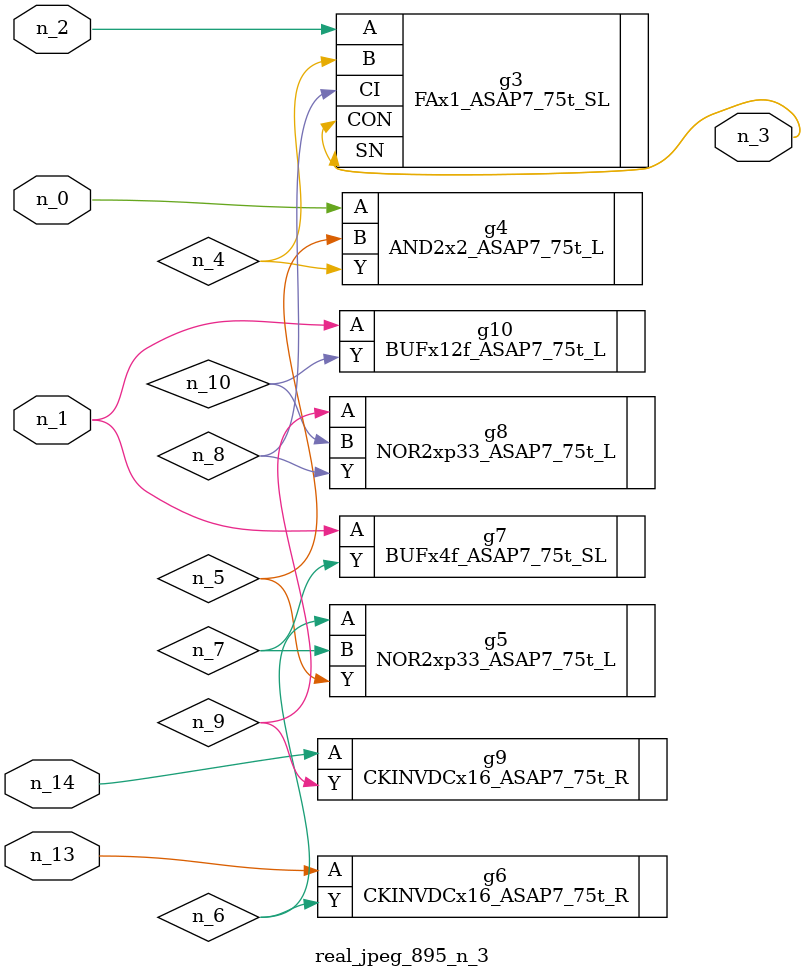
<source format=v>
module real_jpeg_895_n_3 (n_0, n_1, n_14, n_2, n_13, n_3);

input n_0;
input n_1;
input n_14;
input n_2;
input n_13;

output n_3;

wire n_5;
wire n_4;
wire n_8;
wire n_6;
wire n_7;
wire n_10;
wire n_9;

AND2x2_ASAP7_75t_L g4 ( 
.A(n_0),
.B(n_5),
.Y(n_4)
);

BUFx4f_ASAP7_75t_SL g7 ( 
.A(n_1),
.Y(n_7)
);

BUFx12f_ASAP7_75t_L g10 ( 
.A(n_1),
.Y(n_10)
);

FAx1_ASAP7_75t_SL g3 ( 
.A(n_2),
.B(n_4),
.CI(n_8),
.CON(n_3),
.SN(n_3)
);

NOR2xp33_ASAP7_75t_L g5 ( 
.A(n_6),
.B(n_7),
.Y(n_5)
);

NOR2xp33_ASAP7_75t_L g8 ( 
.A(n_9),
.B(n_10),
.Y(n_8)
);

CKINVDCx16_ASAP7_75t_R g6 ( 
.A(n_13),
.Y(n_6)
);

CKINVDCx16_ASAP7_75t_R g9 ( 
.A(n_14),
.Y(n_9)
);


endmodule
</source>
